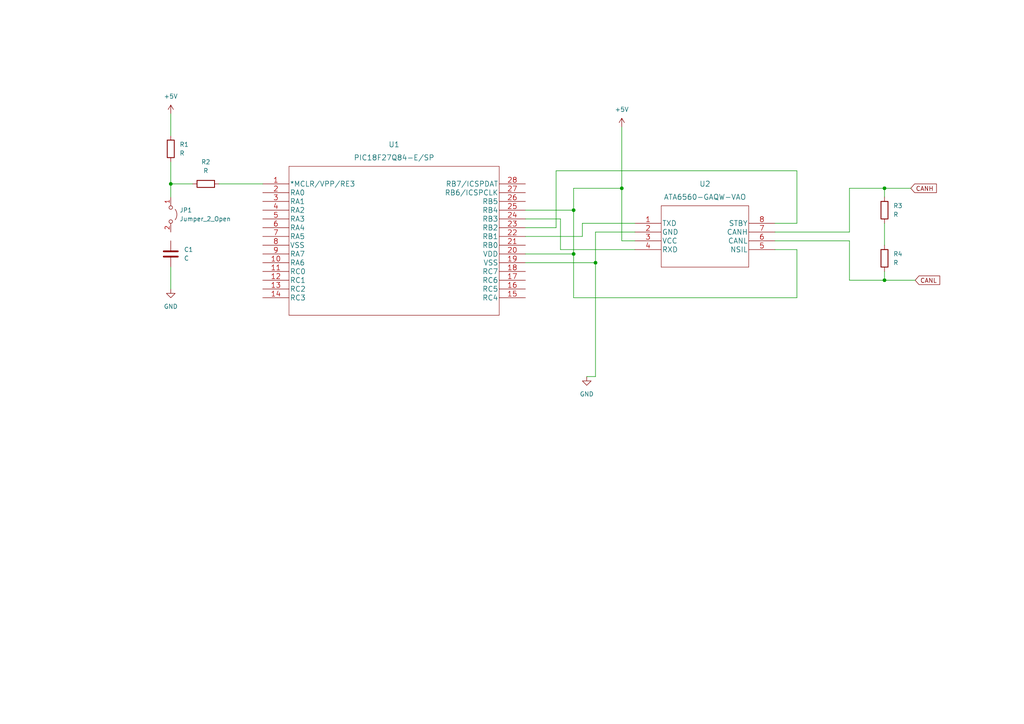
<source format=kicad_sch>
(kicad_sch (version 20211123) (generator eeschema)
  (paper "A4")
  (lib_symbols
    (symbol "ATA6560-GAQW-VAO:ATA6560-GAQW-VAO" (pin_names (offset 0.254))
      (property "Reference" "U" (at 20.32 10.16 0))
      (property "Value" "ATA6560-GAQW-VAO" (at 20.32 7.62 0))
      (symbol "ATA6560-GAQW-VAO_1_1"
        (polyline (pts (xy 7.62 -12.7) (xy 33.02 -12.7)) (stroke (width 0.127)))
        (polyline (pts (xy 7.62 5.08) (xy 7.62 -12.7)) (stroke (width 0.127)))
        (polyline (pts (xy 33.02 -12.7) (xy 33.02 5.08)) (stroke (width 0.127)))
        (polyline (pts (xy 33.02 5.08) (xy 7.62 5.08)) (stroke (width 0.127)))
        (pin input line (at 0 0 0) (length 7.62) (name "TXD") (number "1"))
        (pin power_in line (at 0 -2.54 0) (length 7.62) (name "GND") (number "2"))
        (pin power_in line (at 0 -5.08 0) (length 7.62) (name "VCC") (number "3"))
        (pin output line (at 0 -7.62 0) (length 7.62) (name "RXD") (number "4"))
        (pin input line (at 40.64 -7.62 180) (length 7.62) (name "NSIL") (number "5"))
        (pin bidirectional line (at 40.64 -5.08 180) (length 7.62) (name "CANL") (number "6"))
        (pin bidirectional line (at 40.64 -2.54 180) (length 7.62) (name "CANH") (number "7"))
        (pin input line (at 40.64 0 180) (length 7.62) (name "STBY") (number "8"))
      )
    )
    (symbol "Device:C" (pin_numbers hide) (pin_names (offset 0.254))
      (property "Reference" "C" (at 0.635 2.54 0))
      (property "Value" "C" (at 0.635 -2.54 0))
      (symbol "C_0_1"
        (polyline (pts (xy -2.032 -0.762) (xy 2.032 -0.762)) (stroke (width 0.508)))
        (polyline (pts (xy -2.032 0.762) (xy 2.032 0.762)) (stroke (width 0.508)))
      )
      (symbol "C_1_1"
        (pin passive line (at 0 3.81 270) (length 2.794) (name "~") (number "1"))
        (pin passive line (at 0 -3.81 90) (length 2.794) (name "~") (number "2"))
      )
    )
    (symbol "Device:R" (pin_numbers hide) (pin_names (offset 0))
      (property "Reference" "R" (at 2.032 0 90))
      (property "Value" "R" (at 0 0 90))
      (symbol "R_0_1"
        (rectangle (start -1.016 -2.54) (end 1.016 2.54) (stroke (width 0.254)))
      )
      (symbol "R_1_1"
        (pin passive line (at 0 3.81 270) (length 1.27) (name "~") (number "1"))
        (pin passive line (at 0 -3.81 90) (length 1.27) (name "~") (number "2"))
      )
    )
    (symbol "Jumper:Jumper_2_Open" (pin_names (offset 0) hide)
      (property "Reference" "JP" (at 0 2.794 0))
      (property "Value" "Jumper_2_Open" (at 0 -2.286 0))
      (symbol "Jumper_2_Open_0_0"
        (circle (center -2.032 0) (radius 0.508))
        (circle (center 2.032 0) (radius 0.508))
      )
      (symbol "Jumper_2_Open_0_1"
        (arc (start 1.524 1.27) (mid 0 1.778) (end -1.524 1.27))
      )
      (symbol "Jumper_2_Open_1_1"
        (pin passive line (at -5.08 0 0) (length 2.54) (name "A") (number "1"))
        (pin passive line (at 5.08 0 180) (length 2.54) (name "B") (number "2"))
      )
    )
    (symbol "PIC18F27Q84-E-SP:PIC18F27Q84-E{slash}SP" (pin_names (offset 0.254))
      (property "Reference" "U" (at 38.1 10.16 0))
      (property "Value" "PIC18F27Q84-E{slash}SP" (at 38.1 7.62 0))
      (symbol "PIC18F27Q84-E{slash}SP_1_1"
        (polyline (pts (xy 7.62 -38.1) (xy 68.58 -38.1)) (stroke (width 0.127)))
        (polyline (pts (xy 7.62 5.08) (xy 7.62 -38.1)) (stroke (width 0.127)))
        (polyline (pts (xy 68.58 -38.1) (xy 68.58 5.08)) (stroke (width 0.127)))
        (polyline (pts (xy 68.58 5.08) (xy 7.62 5.08)) (stroke (width 0.127)))
        (pin bidirectional line (at 0 0 0) (length 7.62) (name "*MCLR/VPP/RE3") (number "1"))
        (pin bidirectional line (at 0 -22.86 0) (length 7.62) (name "RA6") (number "10"))
        (pin bidirectional line (at 0 -25.4 0) (length 7.62) (name "RC0") (number "11"))
        (pin bidirectional line (at 0 -27.94 0) (length 7.62) (name "RC1") (number "12"))
        (pin bidirectional line (at 0 -30.48 0) (length 7.62) (name "RC2") (number "13"))
        (pin bidirectional line (at 0 -33.02 0) (length 7.62) (name "RC3") (number "14"))
        (pin bidirectional line (at 76.2 -33.02 180) (length 7.62) (name "RC4") (number "15"))
        (pin bidirectional line (at 76.2 -30.48 180) (length 7.62) (name "RC5") (number "16"))
        (pin bidirectional line (at 76.2 -27.94 180) (length 7.62) (name "RC6") (number "17"))
        (pin bidirectional line (at 76.2 -25.4 180) (length 7.62) (name "RC7") (number "18"))
        (pin power_in line (at 76.2 -22.86 180) (length 7.62) (name "VSS") (number "19"))
        (pin bidirectional line (at 0 -2.54 0) (length 7.62) (name "RA0") (number "2"))
        (pin power_in line (at 76.2 -20.32 180) (length 7.62) (name "VDD") (number "20"))
        (pin bidirectional line (at 76.2 -17.78 180) (length 7.62) (name "RB0") (number "21"))
        (pin bidirectional line (at 76.2 -15.24 180) (length 7.62) (name "RB1") (number "22"))
        (pin bidirectional line (at 76.2 -12.7 180) (length 7.62) (name "RB2") (number "23"))
        (pin bidirectional line (at 76.2 -10.16 180) (length 7.62) (name "RB3") (number "24"))
        (pin bidirectional line (at 76.2 -7.62 180) (length 7.62) (name "RB4") (number "25"))
        (pin bidirectional line (at 76.2 -5.08 180) (length 7.62) (name "RB5") (number "26"))
        (pin bidirectional line (at 76.2 -2.54 180) (length 7.62) (name "RB6/ICSPCLK") (number "27"))
        (pin bidirectional line (at 76.2 0 180) (length 7.62) (name "RB7/ICSPDAT") (number "28"))
        (pin bidirectional line (at 0 -5.08 0) (length 7.62) (name "RA1") (number "3"))
        (pin bidirectional line (at 0 -7.62 0) (length 7.62) (name "RA2") (number "4"))
        (pin bidirectional line (at 0 -10.16 0) (length 7.62) (name "RA3") (number "5"))
        (pin bidirectional line (at 0 -12.7 0) (length 7.62) (name "RA4") (number "6"))
        (pin bidirectional line (at 0 -15.24 0) (length 7.62) (name "RA5") (number "7"))
        (pin power_in line (at 0 -17.78 0) (length 7.62) (name "VSS") (number "8"))
        (pin bidirectional line (at 0 -20.32 0) (length 7.62) (name "RA7") (number "9"))
      )
    )
    (symbol "power:+5V" (power) (pin_names (offset 0))
      (property "Value" "+5V" (at 0 3.556 0))
      (symbol "+5V_0_1"
        (polyline (pts (xy -0.762 1.27) (xy 0 2.54)))
        (polyline (pts (xy 0 0) (xy 0 2.54)))
        (polyline (pts (xy 0 2.54) (xy 0.762 1.27)))
      )
      (symbol "+5V_1_1"
        (pin power_in line (at 0 0 90) (length 0) hide (name "+5V") (number "1"))
      )
    )
    (symbol "power:GND" (power) (pin_names (offset 0))
      (property "Value" "GND" (at 0 -3.81 0))
      (symbol "GND_0_1"
        (polyline (pts (xy 0 0) (xy 0 -1.27) (xy 1.27 -1.27) (xy 0 -2.54) (xy -1.27 -1.27) (xy 0 -1.27)))
      )
      (symbol "GND_1_1"
        (pin power_in line (at 0 0 270) (length 0) hide (name "GND") (number "1"))
      )
    )
  )
  (junction (at 166.37 73.66))
  (junction (at 256.54 54.61))
  (junction (at 172.72 76.2))
  (junction (at 180.34 54.61))
  (junction (at 256.54 81.28))
  (junction (at 49.53 53.34))
  (junction (at 166.37 60.96))
  (wire (pts (xy 172.72 109.22) (xy 170.18 109.22)))
  (wire (pts (xy 152.4 76.2) (xy 172.72 76.2)))
  (wire (pts (xy 49.53 53.34) (xy 55.88 53.34)))
  (wire (pts (xy 162.56 63.5) (xy 162.56 72.39)))
  (wire (pts (xy 246.38 81.28) (xy 256.54 81.28)))
  (wire (pts (xy 172.72 76.2) (xy 172.72 109.22)))
  (wire (pts (xy 180.34 36.83) (xy 180.34 54.61)))
  (wire (pts (xy 152.4 63.5) (xy 162.56 63.5)))
  (wire (pts (xy 231.14 49.53) (xy 231.14 64.77)))
  (wire (pts (xy 49.53 46.99) (xy 49.53 53.34)))
  (wire (pts (xy 166.37 54.61) (xy 180.34 54.61)))
  (wire (pts (xy 256.54 64.77) (xy 256.54 71.12)))
  (wire (pts (xy 168.91 64.77) (xy 184.15 64.77)))
  (wire (pts (xy 246.38 69.85) (xy 246.38 81.28)))
  (wire (pts (xy 168.91 68.58) (xy 168.91 64.77)))
  (wire (pts (xy 63.5 53.34) (xy 76.2 53.34)))
  (wire (pts (xy 256.54 81.28) (xy 265.43 81.28)))
  (wire (pts (xy 180.34 54.61) (xy 180.34 69.85)))
  (wire (pts (xy 49.53 53.34) (xy 49.53 57.15)))
  (wire (pts (xy 166.37 54.61) (xy 166.37 60.96)))
  (wire (pts (xy 166.37 60.96) (xy 166.37 73.66)))
  (wire (pts (xy 231.14 86.36) (xy 231.14 72.39)))
  (wire (pts (xy 152.4 73.66) (xy 166.37 73.66)))
  (wire (pts (xy 246.38 69.85) (xy 224.79 69.85)))
  (wire (pts (xy 49.53 33.02) (xy 49.53 39.37)))
  (wire (pts (xy 49.53 77.47) (xy 49.53 83.82)))
  (wire (pts (xy 231.14 64.77) (xy 224.79 64.77)))
  (wire (pts (xy 152.4 60.96) (xy 166.37 60.96)))
  (wire (pts (xy 152.4 66.04) (xy 161.29 66.04)))
  (wire (pts (xy 224.79 67.31) (xy 246.38 67.31)))
  (wire (pts (xy 231.14 72.39) (xy 224.79 72.39)))
  (wire (pts (xy 184.15 69.85) (xy 180.34 69.85)))
  (wire (pts (xy 161.29 66.04) (xy 161.29 49.53)))
  (wire (pts (xy 166.37 73.66) (xy 166.37 86.36)))
  (wire (pts (xy 162.56 72.39) (xy 184.15 72.39)))
  (wire (pts (xy 246.38 54.61) (xy 256.54 54.61)))
  (wire (pts (xy 184.15 67.31) (xy 172.72 67.31)))
  (wire (pts (xy 161.29 49.53) (xy 231.14 49.53)))
  (wire (pts (xy 172.72 67.31) (xy 172.72 76.2)))
  (wire (pts (xy 246.38 54.61) (xy 246.38 67.31)))
  (wire (pts (xy 256.54 78.74) (xy 256.54 81.28)))
  (wire (pts (xy 166.37 86.36) (xy 231.14 86.36)))
  (wire (pts (xy 256.54 54.61) (xy 256.54 57.15)))
  (wire (pts (xy 152.4 68.58) (xy 168.91 68.58)))
  (wire (pts (xy 256.54 54.61) (xy 264.16 54.61)))
  (global_label "CANH" (shape input) (at 264.16 54.61 0) (property "Intersheet References" "${INTERSHEET_REFS}" (effects hide)))
  (global_label "CANL" (shape input) (at 265.43 81.28 0) (property "Intersheet References" "${INTERSHEET_REFS}" (effects hide)))
  (symbol (lib_id "Device:R") (at 256.54 74.93 0) (unit 1)
    (property "Reference" "R4" (at 259.08 73.6599 0) (effects (justify left)))
    (property "Value" "R" (at 259.08 76.1999 0) (effects (justify left)))
  )
  (symbol (lib_id "ATA6560-GAQW-VAO:ATA6560-GAQW-VAO") (at 184.15 64.77 0) (unit 1)
    (property "Reference" "U2" (at 204.47 53.34 0) (effects (font (size 1.524 1.524))))
    (property "Value" "ATA6560-GAQW-VAO" (at 204.47 57.15 0) (effects (font (size 1.524 1.524))))
    (property "Footprint" "ATA6560-GAQW-VAO:ATA6560-GAQW-VAO" (effects hide))
  )
  (symbol (lib_id "power:+5V") (at 49.53 33.02 0) (unit 1)
    (property "Reference" "#PWR0101" (effects hide))
    (property "Value" "+5V" (at 49.53 27.94 0))
  )
  (symbol (lib_id "power:GND") (at 170.18 109.22 0) (unit 1)
    (property "Reference" "#PWR0102" (effects hide))
    (property "Value" "GND" (at 170.18 114.3 0))
  )
  (symbol (lib_id "Device:C") (at 49.53 73.66 0) (unit 1)
    (property "Reference" "C1" (at 53.34 72.3899 0) (effects (justify left)))
    (property "Value" "C" (at 53.34 74.9299 0) (effects (justify left)))
  )
  (symbol (lib_id "PIC18F27Q84-E-SP:PIC18F27Q84-E{slash}SP") (at 76.2 53.34 0) (unit 1)
    (property "Reference" "U1" (at 114.3 41.91 0) (effects (font (size 1.524 1.524))))
    (property "Value" "PIC18F27Q84-E/SP" (at 114.3 45.72 0) (effects (font (size 1.524 1.524))))
    (property "Footprint" "PIC18F27Q84-E-SP:PIC18F27Q84-E&slash_SP" (effects hide))
  )
  (symbol (lib_id "power:+5V") (at 180.34 36.83 0) (unit 1)
    (property "Reference" "#PWR0104" (effects hide))
    (property "Value" "+5V" (at 180.34 31.75 0))
  )
  (symbol (lib_id "power:GND") (at 49.53 83.82 0) (unit 1)
    (property "Reference" "#PWR0103" (effects hide))
    (property "Value" "GND" (at 49.53 88.9 0))
  )
  (symbol (lib_id "Jumper:Jumper_2_Open") (at 49.53 62.23 270) (unit 1)
    (property "Reference" "JP1" (at 52.07 60.9599 90) (effects (justify left)))
    (property "Value" "Jumper_2_Open" (at 52.07 63.4999 90) (effects (justify left)))
  )
  (symbol (lib_id "Device:R") (at 256.54 60.96 0) (unit 1)
    (property "Reference" "R3" (at 259.08 59.6899 0) (effects (justify left)))
    (property "Value" "R" (at 259.08 62.2299 0) (effects (justify left)))
  )
  (symbol (lib_id "Device:R") (at 49.53 43.18 0) (unit 1)
    (property "Reference" "R1" (at 52.07 41.9099 0) (effects (justify left)))
    (property "Value" "R" (at 52.07 44.4499 0) (effects (justify left)))
  )
  (symbol (lib_id "Device:R") (at 59.69 53.34 270) (unit 1)
    (property "Reference" "R2" (at 59.69 46.99 90))
    (property "Value" "R" (at 59.69 49.53 90))
  )
)
</source>
